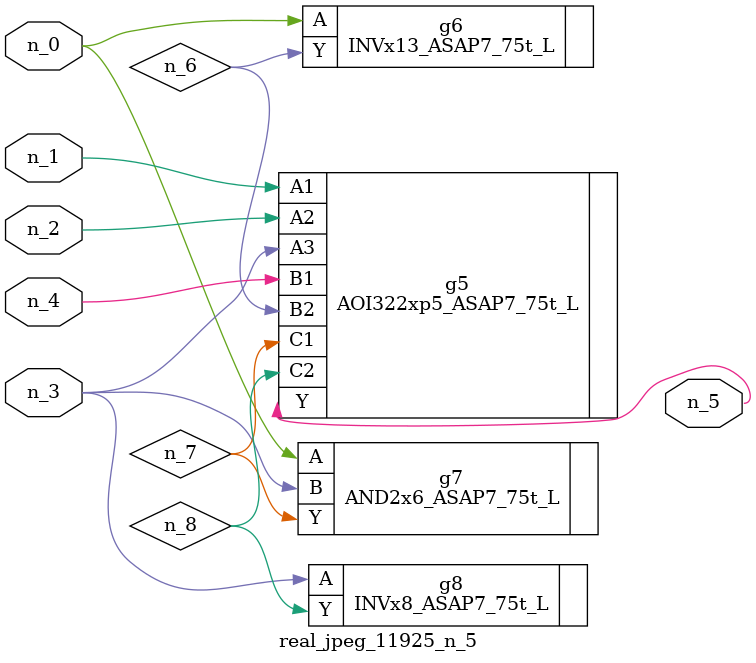
<source format=v>
module real_jpeg_11925_n_5 (n_4, n_0, n_1, n_2, n_3, n_5);

input n_4;
input n_0;
input n_1;
input n_2;
input n_3;

output n_5;

wire n_8;
wire n_6;
wire n_7;

INVx13_ASAP7_75t_L g6 ( 
.A(n_0),
.Y(n_6)
);

AND2x6_ASAP7_75t_L g7 ( 
.A(n_0),
.B(n_3),
.Y(n_7)
);

AOI322xp5_ASAP7_75t_L g5 ( 
.A1(n_1),
.A2(n_2),
.A3(n_3),
.B1(n_4),
.B2(n_6),
.C1(n_7),
.C2(n_8),
.Y(n_5)
);

INVx8_ASAP7_75t_L g8 ( 
.A(n_3),
.Y(n_8)
);


endmodule
</source>
